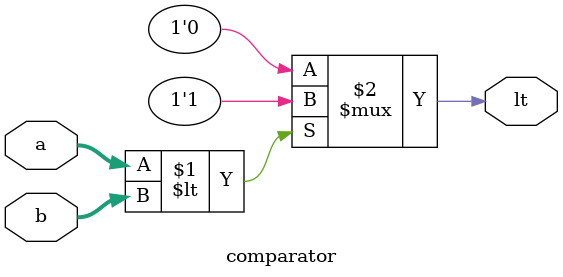
<source format=v>
module comparator(a, b, lt);

	input [10:0] a, b;
	output lt;

	assign lt = (a < b) ? 1'b1 : 1'b0;

endmodule

</source>
